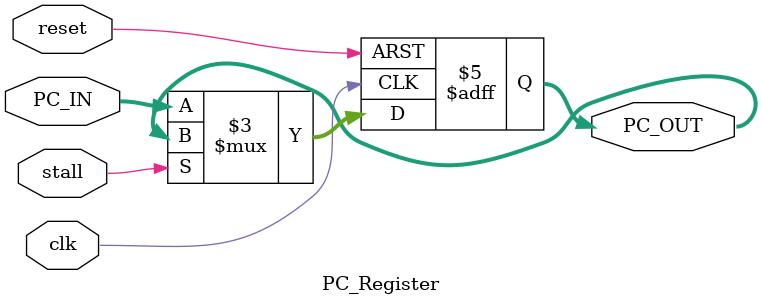
<source format=v>
module PC_Register(
    input wire clk, 
    input wire reset,
    input wire stall,
    input wire [31:0] PC_IN,
    output reg [31:0] PC_OUT
);
always @(posedge clk or posedge reset) begin
    if (reset)
        PC_OUT <= 32'h0000;
    else if (!stall) // در صورت فعال بودن سیگنال استال ، مقدار قبلی پی سی باقی میماند و مقدار پی سی تغییر نمیکند
        PC_OUT <= PC_IN;
    
end
endmodule

</source>
